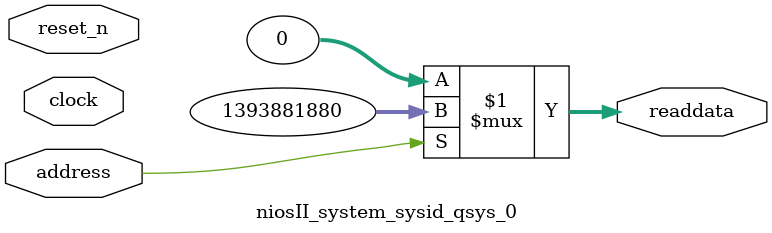
<source format=v>

`timescale 1ns / 1ps
// synthesis translate_on

// turn off superfluous verilog processor warnings 
// altera message_level Level1 
// altera message_off 10034 10035 10036 10037 10230 10240 10030 

module niosII_system_sysid_qsys_0 (
               // inputs:
                address,
                clock,
                reset_n,

               // outputs:
                readdata
             )
;

  output  [ 31: 0] readdata;
  input            address;
  input            clock;
  input            reset_n;

  wire    [ 31: 0] readdata;
  //control_slave, which is an e_avalon_slave
  assign readdata = address ? 1393881880 : 0;

endmodule




</source>
